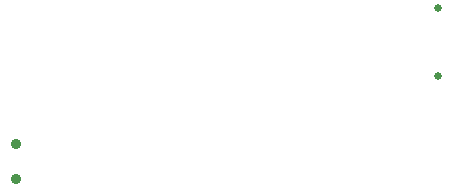
<source format=gbr>
%TF.GenerationSoftware,Altium Limited,Altium Designer,24.6.1 (21)*%
G04 Layer_Color=0*
%FSLAX45Y45*%
%MOMM*%
%TF.SameCoordinates,02EA3464-56A9-4D0A-92B1-D56C91FA6429*%
%TF.FilePolarity,Positive*%
%TF.FileFunction,NonPlated,1,2,NPTH,Drill*%
%TF.Part,Single*%
G01*
G75*
%TA.AperFunction,ComponentDrill*%
%ADD82C,0.90000*%
%ADD83C,0.65000*%
D82*
X265000Y1970000D02*
D03*
Y2270000D02*
D03*
D83*
X3836500Y2841000D02*
D03*
Y3419000D02*
D03*
%TF.MD5,d371229e279069623f8545dfb50625fb*%
M02*

</source>
